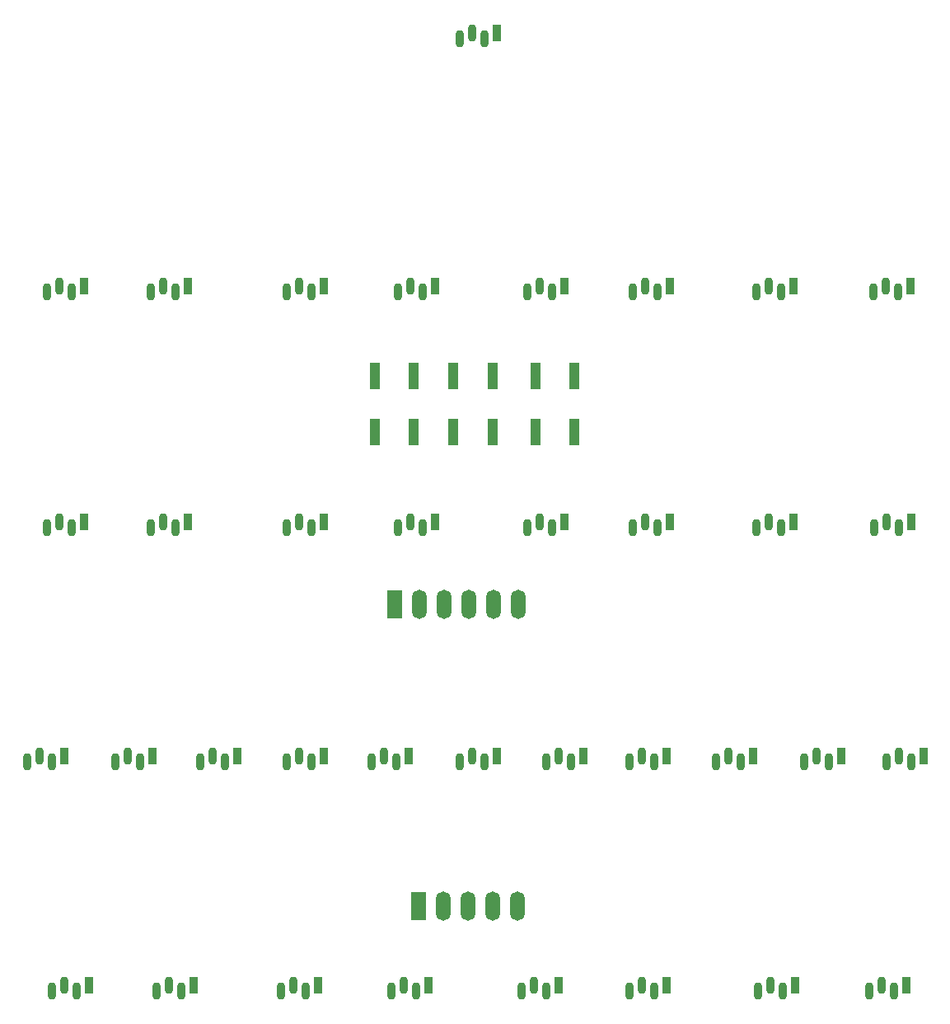
<source format=gbr>
%TF.GenerationSoftware,KiCad,Pcbnew,7.0.7*%
%TF.CreationDate,2024-10-22T18:38:38+02:00*%
%TF.ProjectId,FaceBerlinUhr,46616365-4265-4726-9c69-6e5568722e6b,rev?*%
%TF.SameCoordinates,Original*%
%TF.FileFunction,Soldermask,Bot*%
%TF.FilePolarity,Negative*%
%FSLAX46Y46*%
G04 Gerber Fmt 4.6, Leading zero omitted, Abs format (unit mm)*
G04 Created by KiCad (PCBNEW 7.0.7) date 2024-10-22 18:38:38*
%MOMM*%
%LPD*%
G01*
G04 APERTURE LIST*
%ADD10R,0.900000X1.800000*%
%ADD11O,0.900000X1.800000*%
%ADD12R,1.000000X2.750000*%
%ADD13R,1.524000X3.000000*%
%ADD14O,1.524000X3.000000*%
G04 APERTURE END LIST*
D10*
%TO.C,D10*%
X137033000Y-91850000D03*
D11*
X135763000Y-92450000D03*
X134493000Y-91850000D03*
X133223000Y-92450000D03*
%TD*%
D10*
%TO.C,D9*%
X221953700Y-67645000D03*
D11*
X220683700Y-68245000D03*
X219413700Y-67645000D03*
X218143700Y-68245000D03*
%TD*%
D10*
%TO.C,D13*%
X173101000Y-91850000D03*
D11*
X171831000Y-92450000D03*
X170561000Y-91850000D03*
X169291000Y-92450000D03*
%TD*%
D10*
%TO.C,D20*%
X152781000Y-115905000D03*
D11*
X151511000Y-116505000D03*
X150241000Y-115905000D03*
X148971000Y-116505000D03*
%TD*%
D10*
%TO.C,D12*%
X161671000Y-91850000D03*
D11*
X160401000Y-92450000D03*
X159131000Y-91850000D03*
X157861000Y-92450000D03*
%TD*%
D10*
%TO.C,D15*%
X197231000Y-91850000D03*
D11*
X195961000Y-92450000D03*
X194691000Y-91850000D03*
X193421000Y-92450000D03*
%TD*%
D10*
%TO.C,D6*%
X186351300Y-67645000D03*
D11*
X185081300Y-68245000D03*
X183811300Y-67645000D03*
X182541300Y-68245000D03*
%TD*%
D10*
%TO.C,D18*%
X134958700Y-115905000D03*
D11*
X133688700Y-116505000D03*
X132418700Y-115905000D03*
X131148700Y-116505000D03*
%TD*%
D10*
%TO.C,D19*%
X144018000Y-115905000D03*
D11*
X142748000Y-116505000D03*
X141478000Y-115905000D03*
X140208000Y-116505000D03*
%TD*%
D10*
%TO.C,D31*%
X161036000Y-139400000D03*
D11*
X159766000Y-140000000D03*
X158496000Y-139400000D03*
X157226000Y-140000000D03*
%TD*%
D10*
%TO.C,D32*%
X172423700Y-139400000D03*
D11*
X171153700Y-140000000D03*
X169883700Y-139400000D03*
X168613700Y-140000000D03*
%TD*%
D10*
%TO.C,D35*%
X210058000Y-139400000D03*
D11*
X208788000Y-140000000D03*
X207518000Y-139400000D03*
X206248000Y-140000000D03*
%TD*%
D10*
%TO.C,D23*%
X179408700Y-115905000D03*
D11*
X178138700Y-116505000D03*
X176868700Y-115905000D03*
X175598700Y-116505000D03*
%TD*%
D10*
%TO.C,D25*%
X196850000Y-115905000D03*
D11*
X195580000Y-116505000D03*
X194310000Y-115905000D03*
X193040000Y-116505000D03*
%TD*%
D10*
%TO.C,D24*%
X188298700Y-115905000D03*
D11*
X187028700Y-116505000D03*
X185758700Y-115905000D03*
X184488700Y-116505000D03*
%TD*%
D10*
%TO.C,D36*%
X221488000Y-139400000D03*
D11*
X220218000Y-140000000D03*
X218948000Y-139400000D03*
X217678000Y-140000000D03*
%TD*%
D10*
%TO.C,D27*%
X214799300Y-115905000D03*
D11*
X213529300Y-116505000D03*
X212259300Y-115905000D03*
X210989300Y-116505000D03*
%TD*%
D10*
%TO.C,D21*%
X161628700Y-115905000D03*
D11*
X160358700Y-116505000D03*
X159088700Y-115905000D03*
X157818700Y-116505000D03*
%TD*%
D10*
%TO.C,D14*%
X186393700Y-91850000D03*
D11*
X185123700Y-92450000D03*
X183853700Y-91850000D03*
X182583700Y-92450000D03*
%TD*%
D10*
%TO.C,D3*%
X147658700Y-67645000D03*
D11*
X146388700Y-68245000D03*
X145118700Y-67645000D03*
X143848700Y-68245000D03*
%TD*%
D10*
%TO.C,D16*%
X209931000Y-91850000D03*
D11*
X208661000Y-92450000D03*
X207391000Y-91850000D03*
X206121000Y-92450000D03*
%TD*%
D10*
%TO.C,D28*%
X223266000Y-115905000D03*
D11*
X221996000Y-116505000D03*
X220726000Y-115905000D03*
X219456000Y-116505000D03*
%TD*%
D10*
%TO.C,D34*%
X196850000Y-139400000D03*
D11*
X195580000Y-140000000D03*
X194310000Y-139400000D03*
X193040000Y-140000000D03*
%TD*%
D10*
%TO.C,D7*%
X197188700Y-67645000D03*
D11*
X195918700Y-68245000D03*
X194648700Y-67645000D03*
X193378700Y-68245000D03*
%TD*%
D10*
%TO.C,D33*%
X185758700Y-139400000D03*
D11*
X184488700Y-140000000D03*
X183218700Y-139400000D03*
X181948700Y-140000000D03*
%TD*%
D10*
%TO.C,D4*%
X161628700Y-67645000D03*
D11*
X160358700Y-68245000D03*
X159088700Y-67645000D03*
X157818700Y-68245000D03*
%TD*%
D10*
%TO.C,D17*%
X221996000Y-91850000D03*
D11*
X220726000Y-92450000D03*
X219456000Y-91850000D03*
X218186000Y-92450000D03*
%TD*%
D10*
%TO.C,D26*%
X205740000Y-115905000D03*
D11*
X204470000Y-116505000D03*
X203200000Y-115905000D03*
X201930000Y-116505000D03*
%TD*%
D10*
%TO.C,D1*%
X179401000Y-41610000D03*
D11*
X178131000Y-42210000D03*
X176861000Y-41610000D03*
X175591000Y-42210000D03*
%TD*%
D10*
%TO.C,D11*%
X147701000Y-91850000D03*
D11*
X146431000Y-92450000D03*
X145161000Y-91850000D03*
X143891000Y-92450000D03*
%TD*%
D10*
%TO.C,D2*%
X136990700Y-67645000D03*
D11*
X135720700Y-68245000D03*
X134450700Y-67645000D03*
X133180700Y-68245000D03*
%TD*%
D10*
%TO.C,D29*%
X137541000Y-139400000D03*
D11*
X136271000Y-140000000D03*
X135001000Y-139400000D03*
X133731000Y-140000000D03*
%TD*%
D10*
%TO.C,D8*%
X209888700Y-67645000D03*
D11*
X208618700Y-68245000D03*
X207348700Y-67645000D03*
X206078700Y-68245000D03*
%TD*%
D10*
%TO.C,D22*%
X170349300Y-115905000D03*
D11*
X169079300Y-116505000D03*
X167809300Y-115905000D03*
X166539300Y-116505000D03*
%TD*%
D10*
%TO.C,D5*%
X173058700Y-67645000D03*
D11*
X171788700Y-68245000D03*
X170518700Y-67645000D03*
X169248700Y-68245000D03*
%TD*%
D10*
%TO.C,D30*%
X148293700Y-139400000D03*
D11*
X147023700Y-140000000D03*
X145753700Y-139400000D03*
X144483700Y-140000000D03*
%TD*%
D12*
%TO.C,SW2*%
X174975000Y-76835000D03*
X174975000Y-82585000D03*
X178975000Y-76835000D03*
X178975000Y-82585000D03*
%TD*%
%TO.C,SW3*%
X166910000Y-76835000D03*
X166910000Y-82585000D03*
X170910000Y-76835000D03*
X170910000Y-82585000D03*
%TD*%
D13*
%TO.C,U1*%
X168910000Y-100330000D03*
D14*
X171450000Y-100330000D03*
X173990000Y-100330000D03*
X176530000Y-100330000D03*
X179070000Y-100330000D03*
X181610000Y-100330000D03*
D13*
X171418000Y-131318000D03*
D14*
X173958000Y-131318000D03*
X176498000Y-131318000D03*
X179038000Y-131318000D03*
X181578000Y-131318000D03*
%TD*%
D12*
%TO.C,SW1*%
X183420000Y-76835000D03*
X183420000Y-82585000D03*
X187420000Y-76835000D03*
X187420000Y-82585000D03*
%TD*%
M02*

</source>
